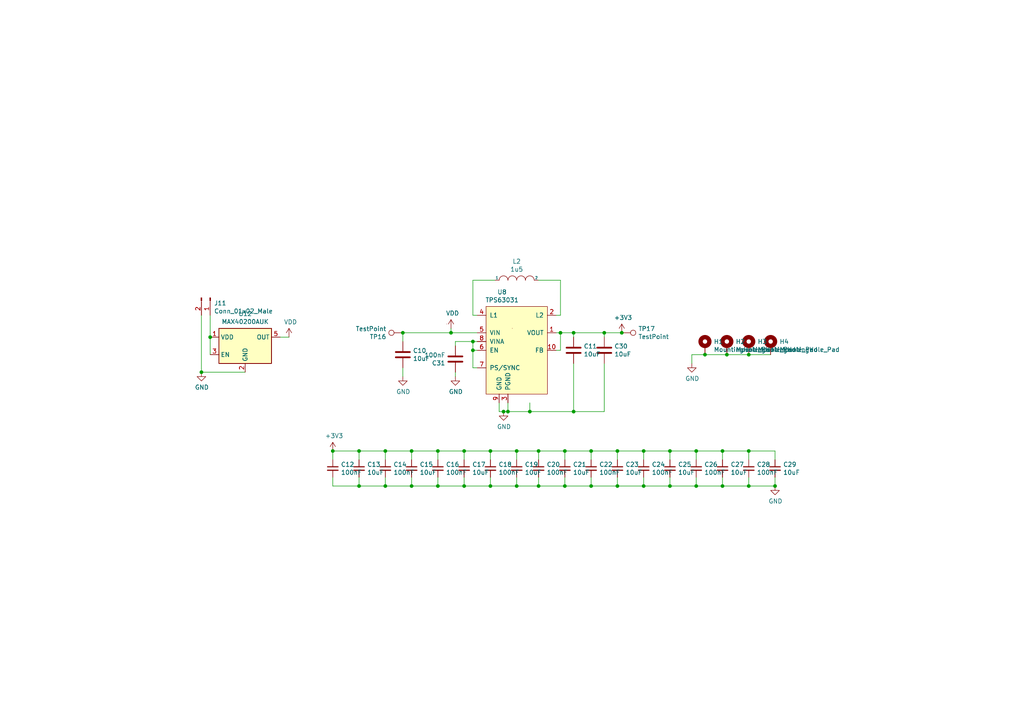
<source format=kicad_sch>
(kicad_sch (version 20211123) (generator eeschema)
  (paper "A4")
  (lib_symbols
    (symbol "Analog_Switch:MAX40200AUK"
      (property "Reference" "U" (at -6.35 6.35 0))
      (property "Value" "MAX40200AUK" (at 7.62 6.35 0))
      (symbol "MAX40200AUK_1_1"
        (rectangle (start -7.62 -5.08) (end 7.62 5.08) (stroke (width 0.254)) (fill (type background)))
        (pin power_in line (at -10.16 2.54 0) (length 2.54) (name "VDD") (number "1"))
        (pin power_in line (at 0 -7.62 90) (length 2.54) (name "GND") (number "2"))
        (pin input line (at -10.16 -2.54 0) (length 2.54) (name "EN") (number "3"))
        (pin no_connect line (at 7.62 -2.54 180) (length 2.54) hide (name "NC") (number "4"))
        (pin passive line (at 10.16 2.54 180) (length 2.54) (name "OUT") (number "5"))
      )
    )
    (symbol "Connector:Conn_01x02_Male" (pin_names (offset 1.016) hide)
      (property "Reference" "J" (at 0 2.54 0))
      (property "Value" "Conn_01x02_Male" (at 0 -5.08 0))
      (symbol "Conn_01x02_Male_1_1"
        (polyline (pts (xy 1.27 -2.54) (xy 0.8636 -2.54)) (stroke (width 0.1524)))
        (polyline (pts (xy 1.27 0) (xy 0.8636 0)) (stroke (width 0.1524)))
        (rectangle (start 0.8636 -2.413) (end 0 -2.667) (stroke (width 0.1524)) (fill (type outline)))
        (rectangle (start 0.8636 0.127) (end 0 -0.127) (stroke (width 0.1524)) (fill (type outline)))
        (pin passive line (at 5.08 0 180) (length 3.81) (name "Pin_1") (number "1"))
        (pin passive line (at 5.08 -2.54 180) (length 3.81) (name "Pin_2") (number "2"))
      )
    )
    (symbol "Connector:TestPoint" (pin_numbers hide) (pin_names (offset 0.762) hide)
      (property "Reference" "TP" (at 0 6.858 0))
      (property "Value" "TestPoint" (at 0 5.08 0))
      (symbol "TestPoint_0_1"
        (circle (center 0 3.302) (radius 0.762))
      )
      (symbol "TestPoint_1_1"
        (pin passive line (at 0 0 90) (length 2.54) (name "1") (number "1"))
      )
    )
    (symbol "Device:C" (pin_numbers hide) (pin_names (offset 0.254))
      (property "Reference" "C" (at 0.635 2.54 0))
      (property "Value" "C" (at 0.635 -2.54 0))
      (symbol "C_0_1"
        (polyline (pts (xy -2.032 -0.762) (xy 2.032 -0.762)) (stroke (width 0.508)))
        (polyline (pts (xy -2.032 0.762) (xy 2.032 0.762)) (stroke (width 0.508)))
      )
      (symbol "C_1_1"
        (pin passive line (at 0 3.81 270) (length 2.794) (name "~") (number "1"))
        (pin passive line (at 0 -3.81 90) (length 2.794) (name "~") (number "2"))
      )
    )
    (symbol "Device:C_Small" (pin_numbers hide) (pin_names (offset 0.254) hide)
      (property "Reference" "C" (at 0.254 1.778 0))
      (property "Value" "C_Small" (at 0.254 -2.032 0))
      (symbol "C_Small_0_1"
        (polyline (pts (xy -1.524 -0.508) (xy 1.524 -0.508)) (stroke (width 0.3302)))
        (polyline (pts (xy -1.524 0.508) (xy 1.524 0.508)) (stroke (width 0.3048)))
      )
      (symbol "C_Small_1_1"
        (pin passive line (at 0 2.54 270) (length 2.032) (name "~") (number "1"))
        (pin passive line (at 0 -2.54 90) (length 2.032) (name "~") (number "2"))
      )
    )
    (symbol "Mainboard-rescue:+3.3V-Mainboard-cache" (power) (pin_names (offset 0))
      (property "Value" "+3.3V-Mainboard-cache" (at 0 3.556 0))
      (symbol "+3.3V-Mainboard-cache_0_1"
        (polyline (pts (xy -0.762 1.27) (xy 0 2.54)))
        (polyline (pts (xy 0 0) (xy 0 2.54)))
        (polyline (pts (xy 0 2.54) (xy 0.762 1.27)))
      )
      (symbol "+3.3V-Mainboard-cache_1_1"
        (pin power_in line (at 0 0 90) (length 0) hide (name "+3V3") (number "1"))
      )
    )
    (symbol "Mainboard-rescue:TPS63031-iclr" (pin_names (offset 1.016))
      (property "Reference" "U" (at 0 15.24 0))
      (property "Value" "TPS63031-iclr" (at 0 15.24 0))
      (symbol "TPS63031-iclr_0_1"
        (rectangle (start -20.32 7.62) (end -20.32 7.62))
        (rectangle (start -8.89 12.7) (end 8.89 -12.7) (fill (type background)))
        (rectangle (start -1.27 6.35) (end -1.27 6.35))
      )
      (symbol "TPS63031-iclr_1_1"
        (pin output line (at 11.43 5.08 180) (length 2.54) (name "VOUT") (number "1"))
        (pin output line (at 11.43 0 180) (length 2.54) (name "FB") (number "10"))
        (pin unspecified line (at 11.43 10.16 180) (length 2.54) (name "L2") (number "2"))
        (pin output line (at -2.54 -15.24 90) (length 2.54) (name "PGND") (number "3"))
        (pin unspecified line (at -11.43 10.16 0) (length 2.54) (name "L1") (number "4"))
        (pin input line (at -11.43 5.08 0) (length 2.54) (name "VIN") (number "5"))
        (pin input line (at -11.43 0 0) (length 2.54) (name "EN") (number "6"))
        (pin input line (at -11.43 -5.08 0) (length 2.54) (name "PS/SYNC") (number "7"))
        (pin input line (at -11.43 2.54 0) (length 2.54) (name "VINA") (number "8"))
        (pin output line (at -5.08 -15.24 90) (length 2.54) (name "GND") (number "9"))
      )
    )
    (symbol "Mechanical:MountingHole_Pad" (pin_numbers hide) (pin_names (offset 1.016) hide)
      (property "Reference" "H" (at 0 6.35 0))
      (property "Value" "MountingHole_Pad" (at 0 4.445 0))
      (symbol "MountingHole_Pad_0_1"
        (circle (center 0 1.27) (radius 1.27) (stroke (width 1.27)))
      )
      (symbol "MountingHole_Pad_1_1"
        (pin input line (at 0 -2.54 90) (length 2.54) (name "1") (number "1"))
      )
    )
    (symbol "power:+3V3" (power) (pin_names (offset 0))
      (property "Value" "+3V3" (at 0 3.556 0))
      (symbol "+3V3_0_1"
        (polyline (pts (xy -0.762 1.27) (xy 0 2.54)))
        (polyline (pts (xy 0 0) (xy 0 2.54)))
        (polyline (pts (xy 0 2.54) (xy 0.762 1.27)))
      )
      (symbol "+3V3_1_1"
        (pin power_in line (at 0 0 90) (length 0) hide (name "+3V3") (number "1"))
      )
    )
    (symbol "power:GND" (power) (pin_names (offset 0))
      (property "Value" "GND" (at 0 -3.81 0))
      (symbol "GND_0_1"
        (polyline (pts (xy 0 0) (xy 0 -1.27) (xy 1.27 -1.27) (xy 0 -2.54) (xy -1.27 -1.27) (xy 0 -1.27)))
      )
      (symbol "GND_1_1"
        (pin power_in line (at 0 0 270) (length 0) hide (name "GND") (number "1"))
      )
    )
    (symbol "power:VDD" (power) (pin_names (offset 0))
      (property "Value" "VDD" (at 0 3.81 0))
      (symbol "VDD_0_1"
        (polyline (pts (xy -0.762 1.27) (xy 0 2.54)))
        (polyline (pts (xy 0 0) (xy 0 2.54)))
        (polyline (pts (xy 0 2.54) (xy 0.762 1.27)))
      )
      (symbol "VDD_1_1"
        (pin power_in line (at 0 0 90) (length 0) hide (name "VDD") (number "1"))
      )
    )
    (symbol "pspice:INDUCTOR" (pin_numbers hide) (pin_names (offset 0))
      (property "Reference" "L" (at 0 2.54 0))
      (property "Value" "INDUCTOR" (at 0 -1.27 0))
      (symbol "INDUCTOR_0_1"
        (arc (start -2.54 0) (mid -3.81 1.27) (end -5.08 0))
        (arc (start 0 0) (mid -1.27 1.27) (end -2.54 0))
        (arc (start 2.54 0) (mid 1.27 1.27) (end 0 0))
        (arc (start 5.08 0) (mid 3.81 1.27) (end 2.54 0))
      )
      (symbol "INDUCTOR_1_1"
        (pin input line (at -6.35 0 0) (length 1.27) (name "1") (number "1"))
        (pin input line (at 6.35 0 180) (length 1.27) (name "2") (number "2"))
      )
    )
  )
  (junction (at 119.38 130.81))
  (junction (at 209.55 140.97))
  (junction (at 186.69 130.81))
  (junction (at 217.17 130.81))
  (junction (at 175.26 96.52))
  (junction (at 166.37 96.52))
  (junction (at 179.07 140.97))
  (junction (at 142.24 130.81))
  (junction (at 58.42 107.95))
  (junction (at 156.21 130.81))
  (junction (at 142.24 140.97))
  (junction (at 163.83 140.97))
  (junction (at 134.62 130.81))
  (junction (at 127 130.81))
  (junction (at 153.67 119.38))
  (junction (at 171.45 130.81))
  (junction (at 163.83 130.81))
  (junction (at 119.38 140.97))
  (junction (at 201.93 140.97))
  (junction (at 156.21 140.97))
  (junction (at 201.93 130.81))
  (junction (at 162.56 96.52))
  (junction (at 146.05 119.38))
  (junction (at 104.14 130.81))
  (junction (at 137.16 101.6))
  (junction (at 210.82 102.87))
  (junction (at 194.31 140.97))
  (junction (at 166.37 119.38))
  (junction (at 209.55 130.81))
  (junction (at 111.76 140.97))
  (junction (at 116.84 96.52))
  (junction (at 111.76 130.81))
  (junction (at 194.31 130.81))
  (junction (at 204.47 102.87))
  (junction (at 179.07 130.81))
  (junction (at 134.62 140.97))
  (junction (at 149.86 130.81))
  (junction (at 127 140.97))
  (junction (at 104.14 140.97))
  (junction (at 217.17 140.97))
  (junction (at 60.96 97.79))
  (junction (at 96.52 130.81))
  (junction (at 217.17 102.87))
  (junction (at 130.81 96.52))
  (junction (at 149.86 140.97))
  (junction (at 180.34 96.52))
  (junction (at 186.69 140.97))
  (junction (at 171.45 140.97))
  (junction (at 137.16 99.06))
  (junction (at 147.32 119.38))
  (junction (at 224.79 140.97))
  (wire (pts (xy 116.84 106.68) (xy 116.84 109.22)))
  (wire (pts (xy 209.55 133.35) (xy 209.55 130.81)))
  (wire (pts (xy 166.37 96.52) (xy 175.26 96.52)))
  (wire (pts (xy 186.69 140.97) (xy 194.31 140.97)))
  (wire (pts (xy 111.76 138.43) (xy 111.76 140.97)))
  (wire (pts (xy 134.62 140.97) (xy 142.24 140.97)))
  (wire (pts (xy 217.17 130.81) (xy 224.79 130.81)))
  (wire (pts (xy 111.76 130.81) (xy 119.38 130.81)))
  (wire (pts (xy 147.32 119.38) (xy 153.67 119.38)))
  (wire (pts (xy 156.21 130.81) (xy 163.83 130.81)))
  (wire (pts (xy 186.69 130.81) (xy 194.31 130.81)))
  (wire (pts (xy 130.81 95.25) (xy 130.81 96.52)))
  (wire (pts (xy 96.52 130.81) (xy 104.14 130.81)))
  (wire (pts (xy 149.86 140.97) (xy 149.86 138.43)))
  (wire (pts (xy 201.93 138.43) (xy 201.93 140.97)))
  (wire (pts (xy 186.69 133.35) (xy 186.69 130.81)))
  (wire (pts (xy 60.96 91.44) (xy 60.96 97.79)))
  (wire (pts (xy 147.32 119.38) (xy 147.32 116.84)))
  (wire (pts (xy 127 138.43) (xy 127 140.97)))
  (wire (pts (xy 175.26 119.38) (xy 175.26 105.41)))
  (wire (pts (xy 210.82 102.87) (xy 217.17 102.87)))
  (wire (pts (xy 156.21 133.35) (xy 156.21 130.81)))
  (wire (pts (xy 156.21 138.43) (xy 156.21 140.97)))
  (wire (pts (xy 130.81 96.52) (xy 138.43 96.52)))
  (wire (pts (xy 194.31 130.81) (xy 201.93 130.81)))
  (wire (pts (xy 166.37 119.38) (xy 175.26 119.38)))
  (wire (pts (xy 163.83 130.81) (xy 171.45 130.81)))
  (wire (pts (xy 127 140.97) (xy 134.62 140.97)))
  (wire (pts (xy 104.14 130.81) (xy 111.76 130.81)))
  (wire (pts (xy 58.42 91.44) (xy 58.42 107.95)))
  (wire (pts (xy 179.07 130.81) (xy 179.07 133.35)))
  (wire (pts (xy 179.07 140.97) (xy 179.07 138.43)))
  (wire (pts (xy 119.38 130.81) (xy 119.38 133.35)))
  (wire (pts (xy 144.78 116.84) (xy 144.78 119.38)))
  (wire (pts (xy 171.45 133.35) (xy 171.45 130.81)))
  (wire (pts (xy 162.56 101.6) (xy 162.56 96.52)))
  (wire (pts (xy 132.08 109.22) (xy 132.08 107.95)))
  (wire (pts (xy 204.47 102.87) (xy 200.66 102.87)))
  (wire (pts (xy 134.62 130.81) (xy 134.62 133.35)))
  (wire (pts (xy 161.29 96.52) (xy 162.56 96.52)))
  (wire (pts (xy 161.29 91.44) (xy 162.56 91.44)))
  (wire (pts (xy 116.84 96.52) (xy 130.81 96.52)))
  (wire (pts (xy 201.93 140.97) (xy 209.55 140.97)))
  (wire (pts (xy 175.26 97.79) (xy 175.26 96.52)))
  (wire (pts (xy 162.56 96.52) (xy 166.37 96.52)))
  (wire (pts (xy 209.55 138.43) (xy 209.55 140.97)))
  (wire (pts (xy 194.31 140.97) (xy 201.93 140.97)))
  (wire (pts (xy 96.52 138.43) (xy 96.52 140.97)))
  (wire (pts (xy 119.38 130.81) (xy 127 130.81)))
  (wire (pts (xy 153.67 119.38) (xy 166.37 119.38)))
  (wire (pts (xy 166.37 96.52) (xy 166.37 97.79)))
  (wire (pts (xy 119.38 140.97) (xy 119.38 138.43)))
  (wire (pts (xy 204.47 102.87) (xy 210.82 102.87)))
  (wire (pts (xy 162.56 81.28) (xy 156.21 81.28)))
  (wire (pts (xy 217.17 138.43) (xy 217.17 140.97)))
  (wire (pts (xy 83.82 97.79) (xy 81.28 97.79)))
  (wire (pts (xy 163.83 130.81) (xy 163.83 133.35)))
  (wire (pts (xy 153.67 116.84) (xy 153.67 119.38)))
  (wire (pts (xy 104.14 140.97) (xy 104.14 138.43)))
  (wire (pts (xy 137.16 101.6) (xy 138.43 101.6)))
  (wire (pts (xy 134.62 130.81) (xy 142.24 130.81)))
  (wire (pts (xy 217.17 140.97) (xy 224.79 140.97)))
  (wire (pts (xy 96.52 140.97) (xy 104.14 140.97)))
  (wire (pts (xy 104.14 140.97) (xy 111.76 140.97)))
  (wire (pts (xy 217.17 102.87) (xy 223.52 102.87)))
  (wire (pts (xy 137.16 101.6) (xy 137.16 106.68)))
  (wire (pts (xy 209.55 130.81) (xy 217.17 130.81)))
  (wire (pts (xy 111.76 140.97) (xy 119.38 140.97)))
  (wire (pts (xy 137.16 106.68) (xy 138.43 106.68)))
  (wire (pts (xy 104.14 130.81) (xy 104.14 133.35)))
  (wire (pts (xy 142.24 140.97) (xy 149.86 140.97)))
  (wire (pts (xy 171.45 138.43) (xy 171.45 140.97)))
  (wire (pts (xy 179.07 140.97) (xy 186.69 140.97)))
  (wire (pts (xy 161.29 101.6) (xy 162.56 101.6)))
  (wire (pts (xy 156.21 140.97) (xy 163.83 140.97)))
  (wire (pts (xy 127 130.81) (xy 134.62 130.81)))
  (wire (pts (xy 144.78 119.38) (xy 146.05 119.38)))
  (wire (pts (xy 194.31 130.81) (xy 194.31 133.35)))
  (wire (pts (xy 149.86 130.81) (xy 149.86 133.35)))
  (wire (pts (xy 224.79 130.81) (xy 224.79 133.35)))
  (wire (pts (xy 201.93 130.81) (xy 209.55 130.81)))
  (wire (pts (xy 217.17 133.35) (xy 217.17 130.81)))
  (wire (pts (xy 200.66 102.87) (xy 200.66 105.41)))
  (wire (pts (xy 116.84 99.06) (xy 116.84 96.52)))
  (wire (pts (xy 179.07 130.81) (xy 186.69 130.81)))
  (wire (pts (xy 142.24 130.81) (xy 149.86 130.81)))
  (wire (pts (xy 201.93 133.35) (xy 201.93 130.81)))
  (wire (pts (xy 111.76 133.35) (xy 111.76 130.81)))
  (wire (pts (xy 127 133.35) (xy 127 130.81)))
  (wire (pts (xy 149.86 130.81) (xy 156.21 130.81)))
  (wire (pts (xy 132.08 99.06) (xy 137.16 99.06)))
  (wire (pts (xy 162.56 91.44) (xy 162.56 81.28)))
  (wire (pts (xy 209.55 140.97) (xy 217.17 140.97)))
  (wire (pts (xy 186.69 138.43) (xy 186.69 140.97)))
  (wire (pts (xy 60.96 97.79) (xy 60.96 102.87)))
  (wire (pts (xy 224.79 140.97) (xy 224.79 138.43)))
  (wire (pts (xy 137.16 91.44) (xy 138.43 91.44)))
  (wire (pts (xy 132.08 100.33) (xy 132.08 99.06)))
  (wire (pts (xy 146.05 119.38) (xy 147.32 119.38)))
  (wire (pts (xy 119.38 140.97) (xy 127 140.97)))
  (wire (pts (xy 142.24 133.35) (xy 142.24 130.81)))
  (wire (pts (xy 142.24 138.43) (xy 142.24 140.97)))
  (wire (pts (xy 138.43 99.06) (xy 137.16 99.06)))
  (wire (pts (xy 175.26 96.52) (xy 180.34 96.52)))
  (wire (pts (xy 149.86 140.97) (xy 156.21 140.97)))
  (wire (pts (xy 58.42 107.95) (xy 71.12 107.95)))
  (wire (pts (xy 96.52 133.35) (xy 96.52 130.81)))
  (wire (pts (xy 166.37 105.41) (xy 166.37 119.38)))
  (wire (pts (xy 137.16 81.28) (xy 137.16 91.44)))
  (wire (pts (xy 163.83 140.97) (xy 171.45 140.97)))
  (wire (pts (xy 171.45 140.97) (xy 179.07 140.97)))
  (wire (pts (xy 163.83 140.97) (xy 163.83 138.43)))
  (wire (pts (xy 171.45 130.81) (xy 179.07 130.81)))
  (wire (pts (xy 143.51 81.28) (xy 137.16 81.28)))
  (wire (pts (xy 194.31 140.97) (xy 194.31 138.43)))
  (wire (pts (xy 137.16 99.06) (xy 137.16 101.6)))
  (wire (pts (xy 134.62 140.97) (xy 134.62 138.43)))
  (symbol (lib_id "pspice:INDUCTOR") (at 149.86 81.28 0) (unit 1)
    (property "Reference" "L2" (at 149.86 75.819 0))
    (property "Value" "1u5" (at 149.86 78.1304 0))
    (property "Footprint" "Inductor_SMD:L_Taiyo-Yuden_NR-30xx" (effects hide))
  )
  (symbol (lib_id "power:+3V3") (at 180.34 96.52 0) (unit 1)
    (property "Reference" "#PWR052" (effects hide))
    (property "Value" "+3V3" (at 180.721 92.1258 0))
  )
  (symbol (lib_id "Device:C") (at 166.37 101.6 0) (unit 1)
    (property "Reference" "C11" (at 169.291 100.4316 0) (effects (justify left)))
    (property "Value" "10uF" (at 169.291 102.743 0) (effects (justify left)))
    (property "Footprint" "Capacitor_SMD:C_0603_1608Metric" (effects hide))
  )
  (symbol (lib_id "power:GND") (at 146.05 119.38 0) (unit 1)
    (property "Reference" "#PWR051" (effects hide))
    (property "Value" "GND" (at 146.177 123.7742 0))
  )
  (symbol (lib_id "power:GND") (at 116.84 109.22 0) (unit 1)
    (property "Reference" "#PWR050" (effects hide))
    (property "Value" "GND" (at 116.967 113.6142 0))
  )
  (symbol (lib_id "power:VDD") (at 130.81 95.25 0) (unit 1)
    (property "Reference" "#PWR049" (effects hide))
    (property "Value" "VDD" (at 131.2418 90.8558 0))
  )
  (symbol (lib_id "Device:C") (at 116.84 102.87 0) (unit 1)
    (property "Reference" "C10" (at 119.761 101.7016 0) (effects (justify left)))
    (property "Value" "10uF" (at 119.761 104.013 0) (effects (justify left)))
    (property "Footprint" "Capacitor_SMD:C_0603_1608Metric" (effects hide))
  )
  (symbol (lib_id "Mainboard-rescue:TPS63031-iclr") (at 149.86 101.6 0) (unit 1)
    (property "Reference" "U8" (at 145.6182 84.709 0))
    (property "Value" "TPS63031" (at 145.6182 87.0204 0))
    (property "Footprint" "iclr-hw:VSON-10-1EP_2.5x2.5mm_Pitch0.5mm_ThermalPad" (effects hide))
  )
  (symbol (lib_id "Connector:Conn_01x02_Male") (at 60.96 86.36 270) (unit 1)
    (property "Reference" "J11" (at 62.0776 87.9348 90) (effects (justify left)))
    (property "Value" "Conn_01x02_Male" (at 62.0776 90.2462 90) (effects (justify left)))
    (property "Footprint" "Connector_JST:JST_PH_S2B-PH-K_1x02_P2.00mm_Horizontal" (effects hide))
  )
  (symbol (lib_id "power:GND") (at 58.42 107.95 0) (unit 1)
    (property "Reference" "#PWR059" (effects hide))
    (property "Value" "GND" (at 58.547 112.3442 0))
  )
  (symbol (lib_id "Device:C_Small") (at 104.14 135.89 0)
    (property "Reference" "C13" (at 106.4768 134.7216 0) (effects (justify left)))
    (property "Value" "10uF" (at 106.4768 137.033 0) (effects (justify left)))
    (property "Footprint" "Capacitor_SMD:C_0603_1608Metric" (effects hide))
  )
  (symbol (lib_id "Device:C_Small") (at 96.52 135.89 0)
    (property "Reference" "C12" (at 98.8568 134.7216 0) (effects (justify left)))
    (property "Value" "100nF" (at 98.8568 137.033 0) (effects (justify left)))
    (property "Footprint" "Capacitor_SMD:C_0603_1608Metric" (effects hide))
  )
  (symbol (lib_id "Device:C_Small") (at 119.38 135.89 0)
    (property "Reference" "C15" (at 121.7168 134.7216 0) (effects (justify left)))
    (property "Value" "10uF" (at 121.7168 137.033 0) (effects (justify left)))
    (property "Footprint" "Capacitor_SMD:C_0603_1608Metric" (effects hide))
  )
  (symbol (lib_id "Device:C_Small") (at 111.76 135.89 0)
    (property "Reference" "C14" (at 114.0968 134.7216 0) (effects (justify left)))
    (property "Value" "100nF" (at 114.0968 137.033 0) (effects (justify left)))
    (property "Footprint" "Capacitor_SMD:C_0603_1608Metric" (effects hide))
  )
  (symbol (lib_id "Device:C_Small") (at 134.62 135.89 0)
    (property "Reference" "C17" (at 136.9568 134.7216 0) (effects (justify left)))
    (property "Value" "10uF" (at 136.9568 137.033 0) (effects (justify left)))
    (property "Footprint" "Capacitor_SMD:C_0603_1608Metric" (effects hide))
  )
  (symbol (lib_id "Device:C_Small") (at 127 135.89 0)
    (property "Reference" "C16" (at 129.3368 134.7216 0) (effects (justify left)))
    (property "Value" "100nF" (at 129.3368 137.033 0) (effects (justify left)))
    (property "Footprint" "Capacitor_SMD:C_0603_1608Metric" (effects hide))
  )
  (symbol (lib_id "Device:C_Small") (at 149.86 135.89 0)
    (property "Reference" "C19" (at 152.1968 134.7216 0) (effects (justify left)))
    (property "Value" "10uF" (at 152.1968 137.033 0) (effects (justify left)))
    (property "Footprint" "Capacitor_SMD:C_0603_1608Metric" (effects hide))
  )
  (symbol (lib_id "Device:C_Small") (at 142.24 135.89 0)
    (property "Reference" "C18" (at 144.5768 134.7216 0) (effects (justify left)))
    (property "Value" "100nF" (at 144.5768 137.033 0) (effects (justify left)))
    (property "Footprint" "Capacitor_SMD:C_0603_1608Metric" (effects hide))
  )
  (symbol (lib_id "Device:C_Small") (at 163.83 135.89 0)
    (property "Reference" "C21" (at 166.1668 134.7216 0) (effects (justify left)))
    (property "Value" "10uF" (at 166.1668 137.033 0) (effects (justify left)))
    (property "Footprint" "Capacitor_SMD:C_0603_1608Metric" (effects hide))
  )
  (symbol (lib_id "Device:C_Small") (at 156.21 135.89 0)
    (property "Reference" "C20" (at 158.5468 134.7216 0) (effects (justify left)))
    (property "Value" "100nF" (at 158.5468 137.033 0) (effects (justify left)))
    (property "Footprint" "Capacitor_SMD:C_0603_1608Metric" (effects hide))
  )
  (symbol (lib_id "Device:C_Small") (at 179.07 135.89 0)
    (property "Reference" "C23" (at 181.4068 134.7216 0) (effects (justify left)))
    (property "Value" "10uF" (at 181.4068 137.033 0) (effects (justify left)))
    (property "Footprint" "Capacitor_SMD:C_0603_1608Metric" (effects hide))
  )
  (symbol (lib_id "Device:C_Small") (at 171.45 135.89 0)
    (property "Reference" "C22" (at 173.7868 134.7216 0) (effects (justify left)))
    (property "Value" "100nF" (at 173.7868 137.033 0) (effects (justify left)))
    (property "Footprint" "Capacitor_SMD:C_0603_1608Metric" (effects hide))
  )
  (symbol (lib_id "Device:C_Small") (at 194.31 135.89 0)
    (property "Reference" "C25" (at 196.6468 134.7216 0) (effects (justify left)))
    (property "Value" "10uF" (at 196.6468 137.033 0) (effects (justify left)))
    (property "Footprint" "Capacitor_SMD:C_0603_1608Metric" (effects hide))
  )
  (symbol (lib_id "Device:C_Small") (at 186.69 135.89 0)
    (property "Reference" "C24" (at 189.0268 134.7216 0) (effects (justify left)))
    (property "Value" "100nF" (at 189.0268 137.033 0) (effects (justify left)))
    (property "Footprint" "Capacitor_SMD:C_0603_1608Metric" (effects hide))
  )
  (symbol (lib_id "Device:C_Small") (at 209.55 135.89 0)
    (property "Reference" "C27" (at 211.8868 134.7216 0) (effects (justify left)))
    (property "Value" "10uF" (at 211.8868 137.033 0) (effects (justify left)))
    (property "Footprint" "Capacitor_SMD:C_0603_1608Metric" (effects hide))
  )
  (symbol (lib_id "Device:C_Small") (at 201.93 135.89 0)
    (property "Reference" "C26" (at 204.2668 134.7216 0) (effects (justify left)))
    (property "Value" "100nF" (at 204.2668 137.033 0) (effects (justify left)))
    (property "Footprint" "Capacitor_SMD:C_0603_1608Metric" (effects hide))
  )
  (symbol (lib_id "Device:C_Small") (at 224.79 135.89 0)
    (property "Reference" "C29" (at 227.1268 134.7216 0) (effects (justify left)))
    (property "Value" "10uF" (at 227.1268 137.033 0) (effects (justify left)))
    (property "Footprint" "Capacitor_SMD:C_0603_1608Metric" (effects hide))
  )
  (symbol (lib_id "Device:C_Small") (at 217.17 135.89 0)
    (property "Reference" "C28" (at 219.5068 134.7216 0) (effects (justify left)))
    (property "Value" "100nF" (at 219.5068 137.033 0) (effects (justify left)))
    (property "Footprint" "Capacitor_SMD:C_0603_1608Metric" (effects hide))
  )
  (symbol (lib_id "Mechanical:MountingHole_Pad") (at 210.82 100.33 0) (unit 1)
    (property "Reference" "H2" (at 213.36 99.0854 0) (effects (justify left)))
    (property "Value" "MountingHole_Pad" (at 213.36 101.3968 0) (effects (justify left)))
    (property "Footprint" "MountingHole:MountingHole_3.2mm_M3_DIN965_Pad" (effects hide))
  )
  (symbol (lib_id "Mechanical:MountingHole_Pad") (at 204.47 100.33 0) (unit 1)
    (property "Reference" "H1" (at 207.01 99.0854 0) (effects (justify left)))
    (property "Value" "MountingHole_Pad" (at 207.01 101.3968 0) (effects (justify left)))
    (property "Footprint" "MountingHole:MountingHole_3.2mm_M3_DIN965_Pad" (effects hide))
  )
  (symbol (lib_id "Mechanical:MountingHole_Pad") (at 217.17 100.33 0) (unit 1)
    (property "Reference" "H3" (at 219.71 99.0854 0) (effects (justify left)))
    (property "Value" "MountingHole_Pad" (at 219.71 101.3968 0) (effects (justify left)))
    (property "Footprint" "MountingHole:MountingHole_3.2mm_M3_DIN965_Pad" (effects hide))
  )
  (symbol (lib_id "Mechanical:MountingHole_Pad") (at 223.52 100.33 0) (unit 1)
    (property "Reference" "H4" (at 226.06 99.0854 0) (effects (justify left)))
    (property "Value" "MountingHole_Pad" (at 226.06 101.3968 0) (effects (justify left)))
    (property "Footprint" "MountingHole:MountingHole_3.2mm_M3_DIN965_Pad" (effects hide))
  )
  (symbol (lib_id "power:GND") (at 200.66 105.41 0) (unit 1)
    (property "Reference" "#PWR027" (effects hide))
    (property "Value" "GND" (at 200.787 109.8042 0))
  )
  (symbol (lib_id "Device:C") (at 175.26 101.6 0) (unit 1)
    (property "Reference" "C30" (at 178.181 100.4316 0) (effects (justify left)))
    (property "Value" "10uF" (at 178.181 102.743 0) (effects (justify left)))
    (property "Footprint" "Capacitor_SMD:C_0603_1608Metric" (effects hide))
  )
  (symbol (lib_id "Device:C") (at 132.08 104.14 180) (unit 1)
    (property "Reference" "C31" (at 129.159 105.3084 0) (effects (justify left)))
    (property "Value" "100nF" (at 129.159 102.997 0) (effects (justify left)))
    (property "Footprint" "Capacitor_SMD:C_0603_1608Metric" (effects hide))
  )
  (symbol (lib_id "power:GND") (at 132.08 109.22 0) (unit 1)
    (property "Reference" "#PWR0109" (effects hide))
    (property "Value" "GND" (at 132.207 113.6142 0))
  )
  (symbol (lib_id "Connector:TestPoint") (at 116.84 96.52 90)
    (property "Reference" "TP16" (at 112.0648 97.6884 90) (effects (justify left)))
    (property "Value" "TestPoint" (at 112.0648 95.377 90) (effects (justify left)))
    (property "Footprint" "TestPoint:TestPoint_THTPad_1.0x1.0mm_Drill0.5mm" (effects hide))
  )
  (symbol (lib_id "Connector:TestPoint") (at 180.34 96.52 270)
    (property "Reference" "TP17" (at 185.1152 95.3516 90) (effects (justify left)))
    (property "Value" "TestPoint" (at 185.1152 97.663 90) (effects (justify left)))
    (property "Footprint" "TestPoint:TestPoint_THTPad_1.0x1.0mm_Drill0.5mm" (effects hide))
  )
  (symbol (lib_id "Mainboard-rescue:+3.3V-Mainboard-cache") (at 96.52 130.81 0)
    (property "Reference" "#PWR0106" (effects hide))
    (property "Value" "+3.3V" (at 96.901 126.4158 0))
  )
  (symbol (lib_id "power:GND") (at 224.79 140.97 0) (unit 1)
    (property "Reference" "#PWR0107" (effects hide))
    (property "Value" "GND" (at 224.917 145.3642 0))
  )
  (symbol (lib_id "Analog_Switch:MAX40200AUK") (at 71.12 100.33 0) (unit 1)
    (property "Reference" "U12" (at 71.12 91.0082 0))
    (property "Value" "MAX40200AUK" (at 71.12 93.3196 0))
    (property "Footprint" "Package_TO_SOT_SMD:SOT-23-5" (effects hide))
    (property "Datasheet" "https://datasheets.maximintegrated.com/en/ds/MAX40200.pdf" (effects hide))
  )
  (symbol (lib_id "power:VDD") (at 83.82 97.79 0) (unit 1)
    (property "Reference" "#PWR054" (effects hide))
    (property "Value" "VDD" (at 84.2518 93.3958 0))
  )
)
</source>
